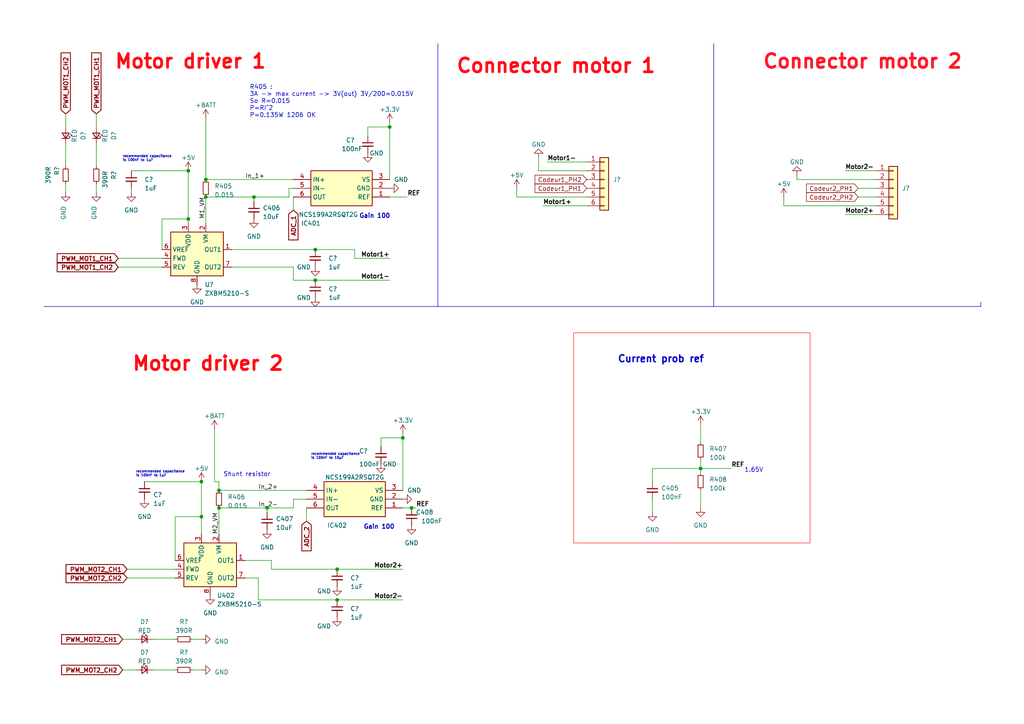
<source format=kicad_sch>
(kicad_sch (version 20230121) (generator eeschema)
  (paper "A4")
  (title_block (title "Carte éléctronique Ludzinator") (date "2023-09-19") (rev "GILLES Baptiste"))
  (lib_symbols
    (symbol "Connector_Generic:Conn_01x06" (pin_names (offset 1.016) hide)
      (property "Reference" "J" (at 0 7.62 0))
      (property "Value" "Conn_01x06" (at 0 -10.16 0))
      (symbol "Conn_01x06_1_1"
        (rectangle (start -1.27 -7.493) (end 0 -7.747) (stroke (width 0.1524)))
        (rectangle (start -1.27 -4.953) (end 0 -5.207) (stroke (width 0.1524)))
        (rectangle (start -1.27 -2.413) (end 0 -2.667) (stroke (width 0.1524)))
        (rectangle (start -1.27 0.127) (end 0 -0.127) (stroke (width 0.1524)))
        (rectangle (start -1.27 2.667) (end 0 2.413) (stroke (width 0.1524)))
        (rectangle (start -1.27 5.207) (end 0 4.953) (stroke (width 0.1524)))
        (rectangle (start -1.27 6.35) (end 1.27 -8.89) (stroke (width 0.254)) (fill (type background)))
        (pin passive line (at -5.08 5.08 0) (length 3.81) (name "Pin_1") (number "1"))
        (pin passive line (at -5.08 2.54 0) (length 3.81) (name "Pin_2") (number "2"))
        (pin passive line (at -5.08 0 0) (length 3.81) (name "Pin_3") (number "3"))
        (pin passive line (at -5.08 -2.54 0) (length 3.81) (name "Pin_4") (number "4"))
        (pin passive line (at -5.08 -5.08 0) (length 3.81) (name "Pin_5") (number "5"))
        (pin passive line (at -5.08 -7.62 0) (length 3.81) (name "Pin_6") (number "6"))
      )
    )
    (symbol "Device:C_Small" (pin_numbers hide) (pin_names (offset 0.254) hide)
      (property "Reference" "C" (at 0.254 1.778 0))
      (property "Value" "C_Small" (at 0.254 -2.032 0))
      (symbol "C_Small_0_1"
        (polyline (pts (xy -1.524 -0.508) (xy 1.524 -0.508)) (stroke (width 0.3302)))
        (polyline (pts (xy -1.524 0.508) (xy 1.524 0.508)) (stroke (width 0.3048)))
      )
      (symbol "C_Small_1_1"
        (pin passive line (at 0 2.54 270) (length 2.032) (name "~") (number "1"))
        (pin passive line (at 0 -2.54 90) (length 2.032) (name "~") (number "2"))
      )
    )
    (symbol "Device:LED_Small" (pin_numbers hide) (pin_names (offset 0.254) hide)
      (property "Reference" "D" (at -1.27 3.175 0))
      (property "Value" "LED_Small" (at -4.445 -2.54 0))
      (symbol "LED_Small_0_1"
        (polyline (pts (xy -0.762 -1.016) (xy -0.762 1.016)) (stroke (width 0.254)))
        (polyline (pts (xy 1.016 0) (xy -0.762 0)))
        (polyline (pts (xy 0.762 -1.016) (xy -0.762 0) (xy 0.762 1.016) (xy 0.762 -1.016)) (stroke (width 0.254)))
        (polyline (pts (xy 0 0.762) (xy -0.508 1.27) (xy -0.254 1.27) (xy -0.508 1.27) (xy -0.508 1.016)))
        (polyline (pts (xy 0.508 1.27) (xy 0 1.778) (xy 0.254 1.778) (xy 0 1.778) (xy 0 1.524)))
      )
      (symbol "LED_Small_1_1"
        (pin passive line (at -2.54 0 0) (length 1.778) (name "K") (number "1"))
        (pin passive line (at 2.54 0 180) (length 1.778) (name "A") (number "2"))
      )
    )
    (symbol "Device:R_Small" (pin_numbers hide) (pin_names (offset 0.254) hide)
      (property "Reference" "R" (at 0.762 0.508 0))
      (property "Value" "R_Small" (at 0.762 -1.016 0))
      (symbol "R_Small_0_1"
        (rectangle (start -0.762 1.778) (end 0.762 -1.778) (stroke (width 0.2032)))
      )
      (symbol "R_Small_1_1"
        (pin passive line (at 0 2.54 270) (length 0.762) (name "~") (number "1"))
        (pin passive line (at 0 -2.54 90) (length 0.762) (name "~") (number "2"))
      )
    )
    (symbol "Driver_Motor:ZXBM5210-S"
      (property "Reference" "U402" (at 1.9559 -7.62 0))
      (property "Value" "ZXBM5210-S" (at 1.9559 -10.16 0))
      (symbol "ZXBM5210-S_0_0"
        (pin output line (at 10.16 2.54 180) (length 2.54) (name "OUT1") (number "1"))
        (pin bidirectional line (at 2.54 10.16 270) (length 2.54) (name "VM") (number "2"))
        (pin power_in line (at -2.54 10.16 270) (length 2.54) (name "VDD") (number "3"))
        (pin input line (at -10.16 0 0) (length 2.54) (name "FWD") (number "4"))
        (pin input line (at -10.16 -2.54 0) (length 2.54) (name "REV") (number "5"))
        (pin input line (at -10.16 2.54 0) (length 2.54) (name "VREF") (number "6"))
        (pin output line (at 10.16 -2.54 180) (length 2.54) (name "OUT2") (number "7"))
        (pin bidirectional line (at 0 -7.62 90) (length 2.54) (name "GND") (number "8"))
      )
      (symbol "ZXBM5210-S_0_1"
        (rectangle (start -7.62 7.62) (end 7.62 -5.08) (stroke (width 0.254)) (fill (type background)))
      )
    )
    (symbol "Ludzlib:NCS199A2RSQT2G"
      (property "Reference" "IC" (at 24.13 7.62 0))
      (property "Value" "NCS199A2RSQT2G" (at 24.13 5.08 0))
      (symbol "NCS199A2RSQT2G_1_1"
        (rectangle (start 5.08 2.54) (end 22.86 -7.62) (stroke (width 0.254)) (fill (type background)))
        (pin passive line (at 0 0 0) (length 5.08) (name "REF") (number "1"))
        (pin passive line (at 0 -2.54 0) (length 5.08) (name "GND") (number "2"))
        (pin passive line (at 0 -5.08 0) (length 5.08) (name "VS") (number "3"))
        (pin passive line (at 27.94 -5.08 180) (length 5.08) (name "IN+") (number "4"))
        (pin passive line (at 27.94 -2.54 180) (length 5.08) (name "IN-") (number "5"))
        (pin passive line (at 27.94 0 180) (length 5.08) (name "OUT") (number "6"))
      )
    )
    (symbol "ZXBM5210-S_1"
      (property "Reference" "U101" (at 2.1941 -7.62 0))
      (property "Value" "ZXBM5210-S" (at 2.1941 -10.16 0))
      (symbol "ZXBM5210-S_1_0_0"
        (pin output line (at 10.16 2.54 180) (length 2.54) (name "OUT1") (number "1"))
        (pin bidirectional line (at 2.54 10.16 270) (length 2.54) (name "VM") (number "2"))
        (pin power_in line (at -2.54 10.16 270) (length 2.54) (name "VDD") (number "3"))
        (pin input line (at -10.16 0 0) (length 2.54) (name "FWD") (number "4"))
        (pin input line (at -10.16 -2.54 0) (length 2.54) (name "REV") (number "5"))
        (pin input line (at -10.16 2.54 0) (length 2.54) (name "VREF") (number "6"))
        (pin output line (at 10.16 -2.54 180) (length 2.54) (name "OUT2") (number "7"))
        (pin bidirectional line (at 0 -7.62 90) (length 2.54) (name "GND") (number "8"))
      )
      (symbol "ZXBM5210-S_1_0_1"
        (rectangle (start -7.62 7.62) (end 7.62 -5.08) (stroke (width 0.254)) (fill (type background)))
      )
    )
    (symbol "power:+3.3V" (power) (pin_names (offset 0))
      (property "Value" "+3.3V" (at 0 3.556 0))
      (symbol "+3.3V_0_1"
        (polyline (pts (xy -0.762 1.27) (xy 0 2.54)))
        (polyline (pts (xy 0 0) (xy 0 2.54)))
        (polyline (pts (xy 0 2.54) (xy 0.762 1.27)))
      )
      (symbol "+3.3V_1_1"
        (pin power_in line (at 0 0 90) (length 0) hide (name "+3.3V") (number "1"))
      )
    )
    (symbol "power:+5V" (power) (pin_names (offset 0))
      (property "Value" "+5V" (at 0 3.556 0))
      (symbol "+5V_0_1"
        (polyline (pts (xy -0.762 1.27) (xy 0 2.54)))
        (polyline (pts (xy 0 0) (xy 0 2.54)))
        (polyline (pts (xy 0 2.54) (xy 0.762 1.27)))
      )
      (symbol "+5V_1_1"
        (pin power_in line (at 0 0 90) (length 0) hide (name "+5V") (number "1"))
      )
    )
    (symbol "power:+BATT" (power) (pin_names (offset 0))
      (property "Value" "+BATT" (at 0 3.556 0))
      (symbol "+BATT_0_1"
        (polyline (pts (xy -0.762 1.27) (xy 0 2.54)))
        (polyline (pts (xy 0 0) (xy 0 2.54)))
        (polyline (pts (xy 0 2.54) (xy 0.762 1.27)))
      )
      (symbol "+BATT_1_1"
        (pin power_in line (at 0 0 90) (length 0) hide (name "+BATT") (number "1"))
      )
    )
    (symbol "power:GND" (power) (pin_names (offset 0))
      (property "Value" "GND" (at 0 -3.81 0))
      (symbol "GND_0_1"
        (polyline (pts (xy 0 0) (xy 0 -1.27) (xy 1.27 -1.27) (xy 0 -2.54) (xy -1.27 -1.27) (xy 0 -1.27)))
      )
      (symbol "GND_1_1"
        (pin power_in line (at 0 0 270) (length 0) hide (name "GND") (number "1"))
      )
    )
  )
  (junction (at 54.61 49.53))
  (junction (at 97.79 173.99))
  (junction (at 73.66 57.15))
  (junction (at 97.79 165.1))
  (junction (at 77.47 147.32))
  (junction (at 91.44 81.28))
  (junction (at 59.69 52.07))
  (junction (at 203.2 135.89))
  (junction (at 54.61 63.5))
  (junction (at 58.42 149.86))
  (junction (at 91.44 72.39))
  (junction (at 116.84 127))
  (junction (at 59.69 57.15))
  (junction (at 58.42 139.7))
  (junction (at 119.38 147.32))
  (junction (at 63.5 142.24))
  (junction (at 113.03 36.83))
  (junction (at 63.5 147.32))
  (wire (pts (xy 34.29 77.47) (xy 46.99 77.47)))
  (wire (pts (xy 50.8 149.86) (xy 50.8 162.56)))
  (wire (pts (xy 27.94 41.91) (xy 27.94 48.26)))
  (wire (pts (xy 118.11 57.15) (xy 113.03 57.15)))
  (polyline (pts (xy 12.7 88.9) (xy 284.48 88.9)))
  (wire (pts (xy 91.44 81.28) (xy 85.09 81.28)))
  (wire (pts (xy 46.99 63.5) (xy 54.61 63.5)))
  (wire (pts (xy 50.8 149.86) (xy 58.42 149.86)))
  (wire (pts (xy 88.9 147.32) (xy 88.9 151.13)))
  (wire (pts (xy 27.94 53.34) (xy 27.94 55.88)))
  (wire (pts (xy 59.69 57.15) (xy 59.69 64.77)))
  (wire (pts (xy 189.23 144.78) (xy 189.23 148.59)))
  (wire (pts (xy 58.42 139.7) (xy 41.91 139.7)))
  (wire (pts (xy 116.84 147.32) (xy 119.38 147.32)))
  (wire (pts (xy 116.84 127) (xy 116.84 142.24)))
  (wire (pts (xy 73.66 58.42) (xy 73.66 57.15)))
  (wire (pts (xy 116.84 125.73) (xy 116.84 127)))
  (polyline (pts (xy 127 12.7) (xy 127 88.9)))
  (wire (pts (xy 203.2 123.19) (xy 203.2 128.27)))
  (wire (pts (xy 91.44 72.39) (xy 67.31 72.39)))
  (wire (pts (xy 157.48 59.69) (xy 170.18 59.69)))
  (wire (pts (xy 102.87 74.93) (xy 102.87 72.39)))
  (wire (pts (xy 36.83 165.1) (xy 50.8 165.1)))
  (wire (pts (xy 170.18 49.53) (xy 156.21 49.53)))
  (wire (pts (xy 74.93 167.64) (xy 71.12 167.64)))
  (wire (pts (xy 54.61 63.5) (xy 54.61 64.77)))
  (wire (pts (xy 85.09 57.15) (xy 85.09 60.96)))
  (wire (pts (xy 44.45 185.42) (xy 50.8 185.42)))
  (wire (pts (xy 38.1 49.53) (xy 54.61 49.53)))
  (wire (pts (xy 74.93 173.99) (xy 74.93 167.64)))
  (wire (pts (xy 149.86 54.61) (xy 149.86 57.15)))
  (wire (pts (xy 44.45 194.31) (xy 50.8 194.31)))
  (wire (pts (xy 19.05 33.02) (xy 19.05 36.83)))
  (wire (pts (xy 27.94 33.02) (xy 27.94 36.83)))
  (wire (pts (xy 78.74 162.56) (xy 71.12 162.56)))
  (wire (pts (xy 227.33 59.69) (xy 254 59.69)))
  (wire (pts (xy 203.2 135.89) (xy 212.09 135.89)))
  (wire (pts (xy 83.82 54.61) (xy 85.09 54.61)))
  (wire (pts (xy 254 49.53) (xy 245.11 49.53)))
  (wire (pts (xy 85.09 77.47) (xy 67.31 77.47)))
  (wire (pts (xy 227.33 57.15) (xy 227.33 59.69)))
  (wire (pts (xy 59.69 57.15) (xy 73.66 57.15)))
  (wire (pts (xy 46.99 63.5) (xy 46.99 72.39)))
  (wire (pts (xy 63.5 139.7) (xy 62.23 139.7)))
  (wire (pts (xy 58.42 149.86) (xy 58.42 139.7)))
  (wire (pts (xy 85.09 144.78) (xy 85.09 147.32)))
  (wire (pts (xy 59.69 52.07) (xy 85.09 52.07)))
  (wire (pts (xy 63.5 142.24) (xy 88.9 142.24)))
  (wire (pts (xy 119.38 147.32) (xy 120.65 147.32)))
  (wire (pts (xy 59.69 34.29) (xy 59.69 52.07)))
  (wire (pts (xy 19.05 53.34) (xy 19.05 55.88)))
  (wire (pts (xy 254 57.15) (xy 248.92 57.15)))
  (wire (pts (xy 110.49 127) (xy 110.49 129.54)))
  (wire (pts (xy 97.79 173.99) (xy 116.84 173.99)))
  (wire (pts (xy 116.84 127) (xy 110.49 127)))
  (wire (pts (xy 231.14 52.07) (xy 254 52.07)))
  (wire (pts (xy 113.03 74.93) (xy 102.87 74.93)))
  (wire (pts (xy 113.03 81.28) (xy 91.44 81.28)))
  (wire (pts (xy 55.88 194.31) (xy 58.42 194.31)))
  (wire (pts (xy 35.56 194.31) (xy 39.37 194.31)))
  (wire (pts (xy 203.2 133.35) (xy 203.2 135.89)))
  (wire (pts (xy 36.83 167.64) (xy 50.8 167.64)))
  (wire (pts (xy 189.23 135.89) (xy 189.23 139.7)))
  (wire (pts (xy 77.47 147.32) (xy 85.09 147.32)))
  (wire (pts (xy 73.66 57.15) (xy 83.82 57.15)))
  (wire (pts (xy 83.82 57.15) (xy 83.82 54.61)))
  (wire (pts (xy 55.88 185.42) (xy 58.42 185.42)))
  (wire (pts (xy 74.93 173.99) (xy 97.79 173.99)))
  (wire (pts (xy 78.74 165.1) (xy 97.79 165.1)))
  (wire (pts (xy 203.2 135.89) (xy 189.23 135.89)))
  (wire (pts (xy 158.75 46.99) (xy 170.18 46.99)))
  (wire (pts (xy 113.03 35.56) (xy 113.03 36.83)))
  (wire (pts (xy 35.56 185.42) (xy 39.37 185.42)))
  (wire (pts (xy 254 62.23) (xy 245.11 62.23)))
  (wire (pts (xy 97.79 165.1) (xy 116.84 165.1)))
  (wire (pts (xy 156.21 45.72) (xy 156.21 49.53)))
  (wire (pts (xy 170.18 57.15) (xy 149.86 57.15)))
  (wire (pts (xy 58.42 149.86) (xy 58.42 154.94)))
  (wire (pts (xy 38.1 55.88) (xy 38.1 54.61)))
  (wire (pts (xy 78.74 165.1) (xy 78.74 162.56)))
  (wire (pts (xy 77.47 148.59) (xy 77.47 147.32)))
  (wire (pts (xy 102.87 72.39) (xy 91.44 72.39)))
  (polyline (pts (xy 207.01 12.7) (xy 207.01 88.9)))
  (wire (pts (xy 85.09 81.28) (xy 85.09 77.47)))
  (wire (pts (xy 54.61 49.53) (xy 54.61 63.5)))
  (wire (pts (xy 231.14 52.07) (xy 231.14 50.8)))
  (wire (pts (xy 106.68 36.83) (xy 106.68 39.37)))
  (wire (pts (xy 203.2 142.24) (xy 203.2 147.32)))
  (wire (pts (xy 19.05 41.91) (xy 19.05 48.26)))
  (wire (pts (xy 62.23 124.46) (xy 62.23 139.7)))
  (wire (pts (xy 85.09 144.78) (xy 88.9 144.78)))
  (wire (pts (xy 63.5 147.32) (xy 77.47 147.32)))
  (wire (pts (xy 113.03 36.83) (xy 113.03 52.07)))
  (polyline (pts (xy 284.48 87.63) (xy 284.48 88.9)))
  (wire (pts (xy 34.29 74.93) (xy 46.99 74.93)))
  (wire (pts (xy 113.03 36.83) (xy 106.68 36.83)))
  (wire (pts (xy 63.5 147.32) (xy 63.5 154.94)))
  (wire (pts (xy 63.5 139.7) (xy 63.5 142.24)))
  (wire (pts (xy 254 54.61) (xy 248.92 54.61)))
  (wire (pts (xy 203.2 135.89) (xy 203.2 137.16)))
  (rectangle (start 166.37 96.52) (end 234.95 157.48) (stroke (width 0) (color 255 22 26 1)))
  (text "recommended capacitance \nis 100nF to 10μF" (at 90.17 133.35 0) (effects (font (size 0.7 0.7)) (justify left bottom)))
  (text "Gain 100\n" (at 105.41 153.67 0) (effects (font (size 1.27 1.27) bold) (justify left bottom)))
  (text "Gain 100" (at 104.14 63.5 0) (effects (font (size 1.27 1.27) bold) (justify left bottom)))
  (text "Shunt resistor" (at 64.77 138.43 0) (effects (font (size 1.27 1.27)) (justify left bottom)))
  (text "Current prob ref" (at 179.07 105.41 0) (effects (font (size 2 2) (thickness 0.4) bold) (justify left bottom)))
  (text "Connector motor 1\n" (at 132.08 21.59 0) (effects (font (size 4 4) (thickness 0.8) bold) (justify left bottom)))
  (text "Connector motor 2\n" (at 220.98 20.32 0) (effects (font (size 4 4) (thickness 0.8) bold) (justify left bottom)))
  (text "recommended capacitance \nis 100nF to 1μF" (at 39.37 138.43 0) (effects (font (size 0.7 0.7)) (justify left bottom)))
  (text "1.65V" (at 215.9 137.16 0) (effects (font (size 1.27 1.27)) (justify left bottom)))
  (text "Motor driver 2\n" (at 38.1 107.95 0) (effects (font (size 4 4) (thickness 0.8) bold) (justify left bottom)))
  (text "recommended capacitance \nis 100nF to 1μF" (at 35.56 46.99 0) (effects (font (size 0.7 0.7)) (justify left bottom)))
  (text "Motor driver 1\n" (at 33.02 20.32 0) (effects (font (size 4 4) (thickness 0.8) bold) (justify left bottom)))
  (text "R405 :\n3A -> max current -> 3V(out) 3V/200=0.015V \nSo R=0.015\nP=RI^2\nP=0.135W 1206 OK\n" (at 72.39 34.29 0) (effects (font (size 1.27 1.27)) (justify left bottom)))
  (label "Motor2+" (at 245.11 62.23 0) (effects (font bold)))
  (label "Motor1+" (at 113.03 74.93 180) (effects (font bold)))
  (label "M2_VM" (at 63.5 154.94 90))
  (label "Motor1-" (at 113.03 81.28 180) (effects (font bold)))
  (label "Motor1-" (at 158.75 46.99 0) (effects (font bold)))
  (label "Motor1+" (at 157.48 59.69 0) (effects (font bold)))
  (label "Motor2-" (at 116.84 173.99 180) (effects (font bold)))
  (label "Motor2-" (at 245.11 49.53 0) (effects (font bold)))
  (label "M1_VM" (at 59.69 63.5 90))
  (label "REF" (at 212.09 135.89 0) (effects (font bold)))
  (label "In_1+" (at 71.12 52.07 0))
  (label "In_2-" (at 74.93 147.32 0))
  (label "REF" (at 118.11 57.15 0) (effects (font bold)))
  (label "In_2+" (at 74.93 142.24 0))
  (label "Motor2+" (at 116.84 165.1 180) (effects (font bold)))
  (label "REF" (at 120.65 147.32 0) (effects (font bold)))
  (global_label "PWM_MOT2_CH2" (shape input) (at 35.56 194.31 180) (effects (font bold)) (property "Intersheetrefs" "${INTERSHEET_REFS}" (effects hide)))
  (global_label "PWM_MOT1_CH1" (shape input) (at 27.94 33.02 90) (effects (font bold)) (property "Intersheetrefs" "${INTERSHEET_REFS}" (effects hide)))
  (global_label "PWM_MOT2_CH2" (shape input) (at 36.83 167.64 180) (effects (font bold)) (property "Intersheetrefs" "${INTERSHEET_REFS}" (effects hide)))
  (global_label "ADC_1" (shape input) (at 85.09 60.96 270) (effects (font bold)) (property "Intersheetrefs" "${INTERSHEET_REFS}" (effects hide)))
  (global_label "Codeur2_PH1" (shape input) (at 248.92 54.61 180) (property "Intersheetrefs" "${INTERSHEET_REFS}" (effects hide)))
  (global_label "Codeur1_PH1" (shape input) (at 170.18 54.61 180) (property "Intersheetrefs" "${INTERSHEET_REFS}" (effects hide)))
  (global_label "Codeur2_PH2" (shape input) (at 248.92 57.15 180) (property "Intersheetrefs" "${INTERSHEET_REFS}" (effects hide)))
  (global_label "PWM_MOT1_CH2" (shape input) (at 34.29 77.47 180) (effects (font bold)) (property "Intersheetrefs" "${INTERSHEET_REFS}" (effects hide)))
  (global_label "PWM_MOT1_CH2" (shape input) (at 19.05 33.02 90) (effects (font bold)) (property "Intersheetrefs" "${INTERSHEET_REFS}" (effects hide)))
  (global_label "Codeur1_PH2" (shape input) (at 170.18 52.07 180) (property "Intersheetrefs" "${INTERSHEET_REFS}" (effects hide)))
  (global_label "ADC_2" (shape input) (at 88.9 151.13 270) (effects (font bold)) (property "Intersheetrefs" "${INTERSHEET_REFS}" (effects hide)))
  (global_label "PWM_MOT1_CH1" (shape input) (at 34.29 74.93 180) (effects (font bold)) (property "Intersheetrefs" "${INTERSHEET_REFS}" (effects hide)))
  (global_label "PWM_MOT2_CH1" (shape input) (at 35.56 185.42 180) (effects (font bold)) (property "Intersheetrefs" "${INTERSHEET_REFS}" (effects hide)))
  (global_label "PWM_MOT2_CH1" (shape input) (at 36.83 165.1 180) (effects (font bold)) (property "Intersheetrefs" "${INTERSHEET_REFS}" (effects hide)))
  (symbol (lib_id "power:+5V") (at 58.42 139.7 0) (unit 1)
    (property "Reference" "#PWR0432" (effects hide))
    (property "Value" "+5V" (at 58.42 135.89 0))
  )
  (symbol (lib_id "Device:C_Small") (at 38.1 52.07 0) (unit 1)
    (property "Reference" "C?" (at 41.91 52.07 0) (effects (justify left)))
    (property "Value" "1uF" (at 41.91 54.61 0) (effects (justify left)))
    (property "Footprint" "Capacitor_SMD:C_0603_1608Metric_Pad1.08x0.95mm_HandSolder" (effects hide))
    (instances (project "MoteurProjet" (path "" (reference "C?") (unit 1))) (project "Kyttiludzinator" (path "" (reference "C401") (unit 1))))
  )
  (symbol (lib_id "power:GND") (at 58.42 185.42 90) (unit 1)
    (property "Reference" "#PWR?" (effects hide))
    (property "Value" "GND" (at 62.23 186.055 90) (effects (justify right)))
    (instances (project "Kyttiludzinator" (path "" (reference "#PWR?") (unit 1)) (path "" (reference "#PWR0406") (unit 1))))
  )
  (symbol (lib_id "Device:C_Small") (at 91.44 74.93 0) (unit 1)
    (property "Reference" "C?" (at 95.25 74.93 0) (effects (justify left)))
    (property "Value" "1uF" (at 95.25 77.47 0) (effects (justify left)))
    (property "Footprint" "Capacitor_SMD:C_0603_1608Metric_Pad1.08x0.95mm_HandSolder" (effects hide))
    (instances (project "MoteurProjet" (path "" (reference "C?") (unit 1))) (project "Kyttiludzinator" (path "" (reference "C409") (unit 1))))
  )
  (symbol (lib_id "power:GND") (at 156.21 45.72 180) (unit 1)
    (property "Reference" "#PWR0418" (effects hide))
    (property "Value" "GND" (at 156.21 41.91 0))
  )
  (symbol (lib_id "power:+BATT") (at 59.69 34.29 0) (unit 1)
    (property "Reference" "#PWR?" (effects hide))
    (property "Value" "+BATT" (at 59.69 30.48 0))
    (instances (project "MoteurProjet" (path "" (reference "#PWR?") (unit 1))) (project "Kyttiludzinator" (path "" (reference "#PWR0408") (unit 1))))
  )
  (symbol (lib_id "power:+5V") (at 54.61 49.53 0) (unit 1)
    (property "Reference" "#PWR0431" (effects hide))
    (property "Value" "+5V" (at 54.61 45.72 0))
  )
  (symbol (lib_id "power:GND") (at 203.2 147.32 0) (unit 1)
    (property "Reference" "#PWR0421" (effects hide))
    (property "Value" "GND" (at 203.2 152.4 0))
  )
  (symbol (lib_id "power:GND") (at 231.14 50.8 180) (unit 1)
    (property "Reference" "#PWR0423" (effects hide))
    (property "Value" "GND" (at 231.14 46.99 0))
  )
  (symbol (lib_id "Device:R_Small") (at 203.2 130.81 0) (unit 1)
    (property "Reference" "R407" (at 205.74 130.175 0) (effects (justify left)))
    (property "Value" "100k" (at 205.74 132.715 0) (effects (justify left)))
    (property "Footprint" "Resistor_SMD:R_0603_1608Metric_Pad0.98x0.95mm_HandSolder" (effects hide))
    (property "Height" "0603" (effects hide))
  )
  (symbol (lib_id "Device:LED_Small") (at 41.91 185.42 0) (mirror y) (unit 1)
    (property "Reference" "D?" (at 41.91 180.34 0))
    (property "Value" "RED" (at 41.91 182.88 0))
    (property "Footprint" "LED_SMD:LED_0603_1608Metric_Pad1.05x0.95mm_HandSolder" (effects hide))
    (instances (project "Kyttiludzinator" (path "" (reference "D?") (unit 1)) (path "" (reference "D403") (unit 1))))
  )
  (symbol (lib_id "Device:R_Small") (at 19.05 50.8 0) (unit 1)
    (property "Reference" "R?" (at 33.02 50.8 90))
    (property "Value" "390R" (at 13.97 50.8 90))
    (property "Footprint" "Resistor_SMD:R_0603_1608Metric_Pad0.98x0.95mm_HandSolder" (effects hide))
    (property "Height" "0603" (effects hide))
    (instances (project "Kyttiludzinator" (path "" (reference "R?") (unit 1)) (path "" (reference "R402") (unit 1))))
  )
  (symbol (lib_id "Device:C_Small") (at 41.91 142.24 0) (unit 1)
    (property "Reference" "C?" (at 44.45 143.51 0) (effects (justify left)))
    (property "Value" "1uF" (at 44.45 146.05 0) (effects (justify left)))
    (property "Footprint" "Capacitor_SMD:C_0603_1608Metric_Pad1.08x0.95mm_HandSolder" (effects hide))
    (instances (project "MoteurProjet" (path "" (reference "C?") (unit 1))) (project "Kyttiludzinator" (path "" (reference "C402") (unit 1))))
  )
  (symbol (lib_id "power:GND") (at 38.1 55.88 0) (unit 1)
    (property "Reference" "#PWR?" (effects hide))
    (property "Value" "GND" (at 38.1 60.96 0))
    (instances (project "MoteurProjet" (path "" (reference "#PWR?") (unit 1))) (project "Kyttiludzinator" (path "" (reference "#PWR0403") (unit 1))))
  )
  (symbol (lib_id "Connector_Generic:Conn_01x06") (at 175.26 52.07 0) (unit 1)
    (property "Reference" "J?" (at 177.8 52.07 0) (effects (justify left)))
    (property "Value" "Conn_01x06" (effects hide))
    (property "Footprint" "Connector_JST:JST_XH_S6B-XH-A_1x06_P2.50mm_Horizontal" (effects hide))
    (instances (project "MoteurProjet" (path "" (reference "J?") (unit 1))) (project "Kyttiludzinator" (path "" (reference "J401") (unit 1))))
  )
  (symbol (lib_id "power:GND") (at 97.79 179.07 0) (unit 1)
    (property "Reference" "#PWR?" (effects hide))
    (property "Value" "GND" (at 93.98 181.61 0))
    (instances (project "MoteurProjet" (path "" (reference "#PWR?") (unit 1))) (project "Kyttiludzinator" (path "" (reference "#PWR0430") (unit 1))))
  )
  (symbol (lib_id "power:GND") (at 189.23 148.59 0) (unit 1)
    (property "Reference" "#PWR0419" (effects hide))
    (property "Value" "GND" (at 189.23 153.67 0))
  )
  (symbol (lib_id "power:+5V") (at 227.33 57.15 0) (unit 1)
    (property "Reference" "#PWR0422" (effects hide))
    (property "Value" "+5V" (at 227.33 53.34 0))
  )
  (symbol (lib_id "Device:C_Small") (at 97.79 176.53 0) (unit 1)
    (property "Reference" "C?" (at 101.6 176.53 0) (effects (justify left)))
    (property "Value" "1uF" (at 101.6 179.07 0) (effects (justify left)))
    (property "Footprint" "Capacitor_SMD:C_0603_1608Metric_Pad1.08x0.95mm_HandSolder" (effects hide))
    (instances (project "MoteurProjet" (path "" (reference "C?") (unit 1))) (project "Kyttiludzinator" (path "" (reference "C412") (unit 1))))
  )
  (symbol (lib_id "power:GND") (at 57.15 82.55 0) (unit 1)
    (property "Reference" "#PWR?" (effects hide))
    (property "Value" "GND" (at 57.15 87.63 0))
    (instances (project "MoteurProjet" (path "" (reference "#PWR?") (unit 1))) (project "Kyttiludzinator" (path "" (reference "#PWR0405") (unit 1))))
  )
  (symbol (lib_id "power:+3.3V") (at 203.2 123.19 0) (unit 1)
    (property "Reference" "#PWR0420" (effects hide))
    (property "Value" "+3.3V" (at 203.2 119.38 0))
  )
  (symbol (lib_id "power:GND") (at 19.05 55.88 0) (unit 1)
    (property "Reference" "#PWR?" (effects hide))
    (property "Value" "GND" (at 18.415 59.69 90) (effects (justify right)))
    (instances (project "Kyttiludzinator" (path "" (reference "#PWR?") (unit 1)) (path "" (reference "#PWR0402") (unit 1))))
  )
  (symbol (lib_id "Ludzlib:NCS199A2RSQT2G") (at 113.03 57.15 180) (unit 1)
    (property "Reference" "IC401" (at 90.17 64.77 0))
    (property "Value" "NCS199A2RSQT2G" (at 95.25 62.23 0))
    (property "Footprint" "Library:SOT65P210X110-6N" (effects hide))
    (property "Datasheet" "http://www.onsemi.com/pub/Collateral/NCS199A1R-D.PDF" (effects hide))
    (property "Height" "1.1" (effects hide))
    (property "Mouser Part Number" "863-NCS199A2RSQT2G" (effects hide))
    (property "Mouser Price/Stock" "https://www.mouser.co.uk/ProductDetail/onsemi/NCS199A2RSQT2G?qs=MLItCLRbWswy48vDwGmPrw%3D%3D" (effects hide))
    (property "Manufacturer_Name" "onsemi" (effects hide))
    (property "Manufacturer_Part_Number" "NCS199A2RSQT2G" (effects hide))
  )
  (symbol (lib_id "Device:R_Small") (at 203.2 139.7 0) (unit 1)
    (property "Reference" "R408" (at 205.74 139.065 0) (effects (justify left)))
    (property "Value" "100k" (at 205.74 141.605 0) (effects (justify left)))
    (property "Footprint" "Resistor_SMD:R_0603_1608Metric_Pad0.98x0.95mm_HandSolder" (effects hide))
    (property "Height" "0603" (effects hide))
  )
  (symbol (lib_id "power:+3.3V") (at 116.84 125.73 0) (unit 1)
    (property "Reference" "#PWR0415" (effects hide))
    (property "Value" "+3.3V" (at 116.84 121.92 0))
  )
  (symbol (lib_id "power:GND") (at 119.38 152.4 0) (unit 1)
    (property "Reference" "#PWR?" (effects hide))
    (property "Value" "GND" (at 119.38 157.48 0))
    (instances (project "MoteurProjet" (path "" (reference "#PWR?") (unit 1))) (project "Kyttiludzinator" (path "" (reference "#PWR0428") (unit 1))))
  )
  (symbol (lib_id "power:GND") (at 77.47 153.67 0) (unit 1)
    (property "Reference" "#PWR?" (effects hide))
    (property "Value" "GND" (at 77.47 158.75 0))
    (instances (project "MoteurProjet" (path "" (reference "#PWR?") (unit 1))) (project "Kyttiludzinator" (path "" (reference "#PWR0425") (unit 1))))
  )
  (symbol (lib_id "power:GND") (at 91.44 77.47 0) (unit 1)
    (property "Reference" "#PWR?" (effects hide))
    (property "Value" "GND" (at 90.17 77.47 0) (effects (justify right)))
    (instances (project "Kyttiludzinator" (path "" (reference "#PWR?") (unit 1)) (path "" (reference "#PWR0426") (unit 1))))
  )
  (symbol (lib_id "Device:C_Small") (at 91.44 83.82 0) (unit 1)
    (property "Reference" "C?" (at 95.25 83.82 0) (effects (justify left)))
    (property "Value" "1uF" (at 95.25 86.36 0) (effects (justify left)))
    (property "Footprint" "Capacitor_SMD:C_0603_1608Metric_Pad1.08x0.95mm_HandSolder" (effects hide))
    (instances (project "MoteurProjet" (path "" (reference "C?") (unit 1))) (project "Kyttiludzinator" (path "" (reference "C410") (unit 1))))
  )
  (symbol (lib_id "power:GND") (at 73.66 63.5 0) (unit 1)
    (property "Reference" "#PWR?" (effects hide))
    (property "Value" "GND" (at 73.66 68.58 0))
    (instances (project "MoteurProjet" (path "" (reference "#PWR?") (unit 1))) (project "Kyttiludzinator" (path "" (reference "#PWR0424") (unit 1))))
  )
  (symbol (lib_id "Driver_Motor:ZXBM5210-S") (at 60.96 165.1 0) (unit 1)
    (property "Reference" "U402" (at 62.9159 172.72 0) (effects (justify left)))
    (property "Value" "ZXBM5210-S" (at 62.9159 175.26 0) (effects (justify left)))
    (property "Footprint" "Package_SO:SOIC-8-1EP_3.9x4.9mm_P1.27mm_EP2.62x3.51mm_ThermalVias" (effects hide))
    (property "Datasheet" "https://www.diodes.com/assets/Datasheets/ZXBM5210.pdf" (effects hide))
    (property "Mouser Part Number" " 621-ZXBM5210-SP-13 " (effects hide))
    (property "Mouser Price/Stock" "https://www.mouser.fr/ProductDetail/Diodes-Incorporated/ZXBM5210-SP-13?qs=98WN%2FnWUQiQYAgSBGLkvdw%3D%3D" (effects hide))
  )
  (symbol (lib_id "Device:C_Small") (at 97.79 167.64 0) (unit 1)
    (property "Reference" "C?" (at 101.6 167.64 0) (effects (justify left)))
    (property "Value" "1uF" (at 101.6 170.18 0) (effects (justify left)))
    (property "Footprint" "Capacitor_SMD:C_0603_1608Metric_Pad1.08x0.95mm_HandSolder" (effects hide))
    (instances (project "MoteurProjet" (path "" (reference "C?") (unit 1))) (project "Kyttiludzinator" (path "" (reference "C411") (unit 1))))
  )
  (symbol (lib_id "Device:C_Small") (at 106.68 41.91 0) (unit 1)
    (property "Reference" "C?" (at 100.33 40.64 0) (effects (justify left)))
    (property "Value" "100nF" (at 99.06 43.18 0) (effects (justify left)))
    (property "Footprint" "Capacitor_SMD:C_0603_1608Metric_Pad1.08x0.95mm_HandSolder" (effects hide))
    (instances (project "MoteurProjet" (path "" (reference "C?") (unit 1))) (project "Kyttiludzinator" (path "" (reference "C403") (unit 1))))
  )
  (symbol (lib_id "power:GND") (at 106.68 44.45 0) (unit 1)
    (property "Reference" "#PWR?" (effects hide))
    (property "Value" "GND" (at 109.22 44.45 0))
    (instances (project "MoteurProjet" (path "" (reference "#PWR?") (unit 1))) (project "Kyttiludzinator" (path "" (reference "#PWR0411") (unit 1))))
  )
  (symbol (lib_id "Device:R_Small") (at 53.34 194.31 90) (unit 1)
    (property "Reference" "R?" (at 53.34 189.23 90))
    (property "Value" "390R" (at 53.34 191.77 90))
    (property "Footprint" "Resistor_SMD:R_0603_1608Metric_Pad0.98x0.95mm_HandSolder" (effects hide))
    (property "Height" "0603" (effects hide))
    (instances (project "Kyttiludzinator" (path "" (reference "R?") (unit 1)) (path "" (reference "R404") (unit 1))))
  )
  (symbol (lib_id "Device:LED_Small") (at 27.94 39.37 270) (mirror x) (unit 1)
    (property "Reference" "D?" (at 33.02 39.37 0))
    (property "Value" "RED" (at 30.48 39.37 0))
    (property "Footprint" "LED_SMD:LED_0603_1608Metric_Pad1.05x0.95mm_HandSolder" (effects hide))
    (instances (project "Kyttiludzinator" (path "" (reference "D?") (unit 1)) (path "" (reference "D401") (unit 1))))
  )
  (symbol (lib_id "Device:LED_Small") (at 19.05 39.37 270) (mirror x) (unit 1)
    (property "Reference" "D?" (at 24.13 39.37 0))
    (property "Value" "RED" (at 21.59 39.37 0))
    (property "Footprint" "LED_SMD:LED_0603_1608Metric_Pad1.05x0.95mm_HandSolder" (effects hide))
    (instances (project "Kyttiludzinator" (path "" (reference "D?") (unit 1)) (path "" (reference "D402") (unit 1))))
  )
  (symbol (lib_id "power:GND") (at 91.44 86.36 0) (unit 1)
    (property "Reference" "#PWR?" (effects hide))
    (property "Value" "GND" (at 90.17 86.36 0) (effects (justify right)))
    (instances (project "Kyttiludzinator" (path "" (reference "#PWR?") (unit 1)) (path "" (reference "#PWR0427") (unit 1))))
  )
  (symbol (lib_id "power:GND") (at 113.03 54.61 90) (unit 1)
    (property "Reference" "#PWR?" (effects hide))
    (property "Value" "GND" (at 114.3 52.07 90) (effects (justify right)))
    (instances (project "MoteurProjet" (path "" (reference "#PWR?") (unit 1))) (project "Kyttiludzinator" (path "" (reference "#PWR0414") (unit 1))))
  )
  (symbol (lib_id "Device:LED_Small") (at 41.91 194.31 0) (mirror y) (unit 1)
    (property "Reference" "D?" (at 41.91 189.23 0))
    (property "Value" "RED" (at 41.91 191.77 0))
    (property "Footprint" "LED_SMD:LED_0603_1608Metric_Pad1.05x0.95mm_HandSolder" (effects hide))
    (instances (project "Kyttiludzinator" (path "" (reference "D?") (unit 1)) (path "" (reference "D404") (unit 1))))
  )
  (symbol (lib_id "power:+3.3V") (at 113.03 35.56 0) (unit 1)
    (property "Reference" "#PWR0413" (effects hide))
    (property "Value" "+3.3V" (at 113.03 31.75 0))
  )
  (symbol (lib_name "ZXBM5210-S_1") (lib_id "Driver_Motor:ZXBM5210-S") (at 57.15 74.93 0) (unit 1)
    (property "Reference" "U?" (at 59.3441 82.55 0) (effects (justify left)))
    (property "Value" "ZXBM5210-S" (at 59.3441 85.09 0) (effects (justify left)))
    (property "Footprint" "Package_SO:SOIC-8-1EP_3.9x4.9mm_P1.27mm_EP2.62x3.51mm_ThermalVias" (effects hide))
    (property "Datasheet" "https://www.diodes.com/assets/Datasheets/ZXBM5210.pdf" (effects hide))
    (property "Mouser Part Number" " 621-ZXBM5210-SP-13 " (effects hide))
    (property "Mouser Price/Stock" "https://www.mouser.fr/ProductDetail/Diodes-Incorporated/ZXBM5210-SP-13?qs=98WN%2FnWUQiQYAgSBGLkvdw%3D%3D" (effects hide))
    (instances (project "MoteurProjet" (path "" (reference "U?") (unit 1))) (project "Kyttiludzinator" (path "" (reference "U401") (unit 1))))
  )
  (symbol (lib_id "Device:C_Small") (at 77.47 151.13 0) (unit 1)
    (property "Reference" "C407" (at 80.01 150.5013 0) (effects (justify left)))
    (property "Value" "10uF" (at 80.01 153.0413 0) (effects (justify left)))
    (property "Footprint" "Capacitor_SMD:C_0603_1608Metric_Pad1.08x0.95mm_HandSolder" (effects hide))
  )
  (symbol (lib_id "Device:C_Small") (at 110.49 132.08 0) (unit 1)
    (property "Reference" "C?" (at 104.14 130.81 0) (effects (justify left)))
    (property "Value" "100nF" (at 104.14 134.62 0) (effects (justify left)))
    (property "Footprint" "Capacitor_SMD:C_0603_1608Metric_Pad1.08x0.95mm_HandSolder" (effects hide))
    (instances (project "MoteurProjet" (path "" (reference "C?") (unit 1))) (project "Kyttiludzinator" (path "" (reference "C404") (unit 1))))
  )
  (symbol (lib_id "power:GND") (at 110.49 134.62 0) (unit 1)
    (property "Reference" "#PWR?" (effects hide))
    (property "Value" "GND" (at 113.03 134.62 0))
    (instances (project "MoteurProjet" (path "" (reference "#PWR?") (unit 1))) (project "Kyttiludzinator" (path "" (reference "#PWR0412") (unit 1))))
  )
  (symbol (lib_id "Device:R_Small") (at 63.5 144.78 0) (unit 1)
    (property "Reference" "R406" (at 66.04 144.145 0) (effects (justify left)))
    (property "Value" "0.015" (at 66.04 146.685 0) (effects (justify left)))
    (property "Footprint" "Resistor_SMD:R_1206_3216Metric_Pad1.30x1.75mm_HandSolder" (effects hide))
    (property "Height" "0603" (effects hide))
  )
  (symbol (lib_id "power:GND") (at 60.96 172.72 0) (unit 1)
    (property "Reference" "#PWR?" (effects hide))
    (property "Value" "GND" (at 60.96 177.8 0))
    (instances (project "MoteurProjet" (path "" (reference "#PWR?") (unit 1))) (project "Kyttiludzinator" (path "" (reference "#PWR0409") (unit 1))))
  )
  (symbol (lib_id "Device:R_Small") (at 59.69 54.61 0) (unit 1)
    (property "Reference" "R405" (at 62.23 53.975 0) (effects (justify left)))
    (property "Value" "0.015" (at 62.23 56.515 0) (effects (justify left)))
    (property "Footprint" "Resistor_SMD:R_1206_3216Metric_Pad1.30x1.75mm_HandSolder" (effects hide))
    (property "Height" "0603" (effects hide))
  )
  (symbol (lib_id "power:GND") (at 41.91 144.78 0) (unit 1)
    (property "Reference" "#PWR?" (effects hide))
    (property "Value" "GND" (at 41.91 149.86 0))
    (instances (project "MoteurProjet" (path "" (reference "#PWR?") (unit 1))) (project "Kyttiludzinator" (path "" (reference "#PWR0404") (unit 1))))
  )
  (symbol (lib_id "power:+5V") (at 149.86 54.61 0) (unit 1)
    (property "Reference" "#PWR0417" (effects hide))
    (property "Value" "+5V" (at 149.86 50.8 0))
  )
  (symbol (lib_id "Device:R_Small") (at 53.34 185.42 90) (unit 1)
    (property "Reference" "R?" (at 53.34 180.34 90))
    (property "Value" "390R" (at 53.34 182.88 90))
    (property "Footprint" "Resistor_SMD:R_0603_1608Metric_Pad0.98x0.95mm_HandSolder" (effects hide))
    (property "Height" "0603" (effects hide))
    (instances (project "Kyttiludzinator" (path "" (reference "R?") (unit 1)) (path "" (reference "R403") (unit 1))))
  )
  (symbol (lib_id "Device:C_Small") (at 189.23 142.24 0) (unit 1)
    (property "Reference" "C405" (at 191.77 141.6113 0) (effects (justify left)))
    (property "Value" "100nF" (at 191.77 144.1513 0) (effects (justify left)))
    (property "Footprint" "Capacitor_SMD:C_0603_1608Metric_Pad1.08x0.95mm_HandSolder" (effects hide))
  )
  (symbol (lib_id "Device:C_Small") (at 119.38 149.86 0) (mirror x) (unit 1)
    (property "Reference" "C408" (at 125.73 148.59 0) (effects (justify right)))
    (property "Value" "100nF" (at 128.27 151.13 0) (effects (justify right)))
    (property "Footprint" "Capacitor_SMD:C_0603_1608Metric_Pad1.08x0.95mm_HandSolder" (effects hide))
  )
  (symbol (lib_id "power:GND") (at 27.94 55.88 0) (unit 1)
    (property "Reference" "#PWR?" (effects hide))
    (property "Value" "GND" (at 27.305 59.69 90) (effects (justify right)))
    (instances (project "Kyttiludzinator" (path "" (reference "#PWR?") (unit 1)) (path "" (reference "#PWR0401") (unit 1))))
  )
  (symbol (lib_id "power:+BATT") (at 62.23 124.46 0) (unit 1)
    (property "Reference" "#PWR?" (effects hide))
    (property "Value" "+BATT" (at 62.23 120.65 0))
    (instances (project "MoteurProjet" (path "" (reference "#PWR?") (unit 1))) (project "Kyttiludzinator" (path "" (reference "#PWR0410") (unit 1))))
  )
  (symbol (lib_id "power:GND") (at 58.42 194.31 90) (unit 1)
    (property "Reference" "#PWR?" (effects hide))
    (property "Value" "GND" (at 62.23 194.945 90) (effects (justify right)))
    (instances (project "Kyttiludzinator" (path "" (reference "#PWR?") (unit 1)) (path "" (reference "#PWR0407") (unit 1))))
  )
  (symbol (lib_id "Device:R_Small") (at 27.94 50.8 0) (unit 1)
    (property "Reference" "R?" (at 16.51 48.26 90) (effects (justify right)))
    (property "Value" "390R" (at 30.48 49.53 90) (effects (justify right)))
    (property "Footprint" "Resistor_SMD:R_0603_1608Metric_Pad0.98x0.95mm_HandSolder" (effects hide))
    (property "Height" "0603" (effects hide))
    (instances (project "Kyttiludzinator" (path "" (reference "R?") (unit 1)) (path "" (reference "R401") (unit 1))))
  )
  (symbol (lib_id "power:GND") (at 116.84 144.78 90) (unit 1)
    (property "Reference" "#PWR?" (effects hide))
    (property "Value" "GND" (at 118.11 142.24 90) (effects (justify right)))
    (instances (project "MoteurProjet" (path "" (reference "#PWR?") (unit 1))) (project "Kyttiludzinator" (path "" (reference "#PWR0416") (unit 1))))
  )
  (symbol (lib_id "power:GND") (at 97.79 170.18 0) (unit 1)
    (property "Reference" "#PWR?" (effects hide))
    (property "Value" "GND" (at 93.98 171.45 0))
    (instances (project "MoteurProjet" (path "" (reference "#PWR?") (unit 1))) (project "Kyttiludzinator" (path "" (reference "#PWR0429") (unit 1))))
  )
  (symbol (lib_id "Ludzlib:NCS199A2RSQT2G") (at 116.84 147.32 180) (unit 1)
    (property "Reference" "IC402" (at 97.79 152.4 0))
    (property "Value" "NCS199A2RSQT2G" (at 102.87 138.43 0))
    (property "Footprint" "Library:SOT65P210X110-6N" (effects hide))
    (property "Datasheet" "http://www.onsemi.com/pub/Collateral/NCS199A1R-D.PDF" (effects hide))
    (property "Height" "1.1" (effects hide))
    (property "Mouser Part Number" "863-NCS199A2RSQT2G" (effects hide))
    (property "Mouser Price/Stock" "https://www.mouser.co.uk/ProductDetail/onsemi/NCS199A2RSQT2G?qs=MLItCLRbWswy48vDwGmPrw%3D%3D" (effects hide))
    (property "Manufacturer_Name" "onsemi" (effects hide))
    (property "Manufacturer_Part_Number" "NCS199A2RSQT2G" (effects hide))
  )
  (symbol (lib_id "Connector_Generic:Conn_01x06") (at 259.08 54.61 0) (unit 1)
    (property "Reference" "J?" (at 261.62 54.61 0) (effects (justify left)))
    (property "Value" "Conn_01x06" (effects hide))
    (property "Footprint" "Connector_JST:JST_XH_S6B-XH-A_1x06_P2.50mm_Horizontal" (effects hide))
    (instances (project "MoteurProjet" (path "" (reference "J?") (unit 1))) (project "Kyttiludzinator" (path "" (reference "J402") (unit 1))))
  )
  (symbol (lib_id "Device:C_Small") (at 73.66 60.96 0) (unit 1)
    (property "Reference" "C406" (at 76.2 60.3313 0) (effects (justify left)))
    (property "Value" "10uF" (at 76.2 62.8713 0) (effects (justify left)))
    (property "Footprint" "Capacitor_SMD:C_0603_1608Metric_Pad1.08x0.95mm_HandSolder" (effects hide))
  )
)
</source>
